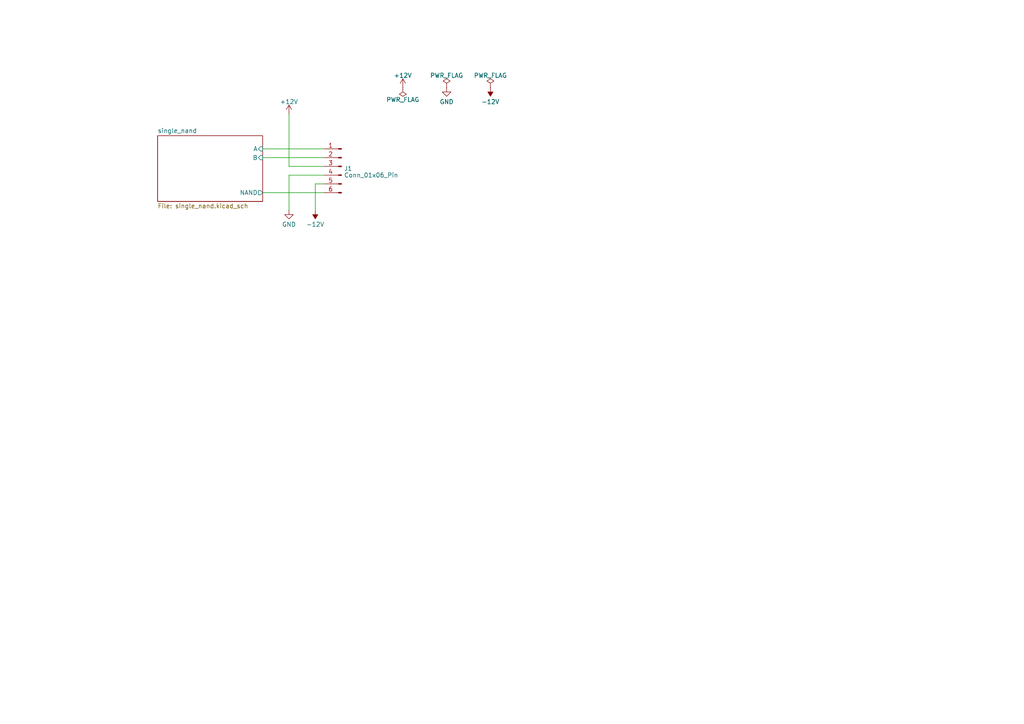
<source format=kicad_sch>
(kicad_sch (version 20230121) (generator eeschema)
  (paper "A4")
  (lib_symbols
    (symbol "Connector:Conn_01x06_Pin" (pin_names (offset 1.016) hide)
      (property "Reference" "J" (at 0 7.62 0))
      (property "Value" "Conn_01x06_Pin" (at 0 -10.16 0))
      (symbol "Conn_01x06_Pin_1_1"
        (polyline (pts (xy 1.27 -7.62) (xy 0.8636 -7.62)) (stroke (width 0.1524)))
        (polyline (pts (xy 1.27 -5.08) (xy 0.8636 -5.08)) (stroke (width 0.1524)))
        (polyline (pts (xy 1.27 -2.54) (xy 0.8636 -2.54)) (stroke (width 0.1524)))
        (polyline (pts (xy 1.27 0) (xy 0.8636 0)) (stroke (width 0.1524)))
        (polyline (pts (xy 1.27 2.54) (xy 0.8636 2.54)) (stroke (width 0.1524)))
        (polyline (pts (xy 1.27 5.08) (xy 0.8636 5.08)) (stroke (width 0.1524)))
        (rectangle (start 0.8636 -7.493) (end 0 -7.747) (stroke (width 0.1524)) (fill (type outline)))
        (rectangle (start 0.8636 -4.953) (end 0 -5.207) (stroke (width 0.1524)) (fill (type outline)))
        (rectangle (start 0.8636 -2.413) (end 0 -2.667) (stroke (width 0.1524)) (fill (type outline)))
        (rectangle (start 0.8636 0.127) (end 0 -0.127) (stroke (width 0.1524)) (fill (type outline)))
        (rectangle (start 0.8636 2.667) (end 0 2.413) (stroke (width 0.1524)) (fill (type outline)))
        (rectangle (start 0.8636 5.207) (end 0 4.953) (stroke (width 0.1524)) (fill (type outline)))
        (pin passive line (at 5.08 5.08 180) (length 3.81) (name "Pin_1") (number "1"))
        (pin passive line (at 5.08 2.54 180) (length 3.81) (name "Pin_2") (number "2"))
        (pin passive line (at 5.08 0 180) (length 3.81) (name "Pin_3") (number "3"))
        (pin passive line (at 5.08 -2.54 180) (length 3.81) (name "Pin_4") (number "4"))
        (pin passive line (at 5.08 -5.08 180) (length 3.81) (name "Pin_5") (number "5"))
        (pin passive line (at 5.08 -7.62 180) (length 3.81) (name "Pin_6") (number "6"))
      )
    )
    (symbol "power:+12V" (power) (pin_names (offset 0))
      (property "Value" "+12V" (at 0 3.556 0))
      (symbol "+12V_0_1"
        (polyline (pts (xy -0.762 1.27) (xy 0 2.54)))
        (polyline (pts (xy 0 0) (xy 0 2.54)))
        (polyline (pts (xy 0 2.54) (xy 0.762 1.27)))
      )
      (symbol "+12V_1_1"
        (pin power_in line (at 0 0 90) (length 0) hide (name "+12V") (number "1"))
      )
    )
    (symbol "power:-12V" (power) (pin_names (offset 0))
      (property "Value" "-12V" (at 0 3.81 0))
      (symbol "-12V_0_0"
        (pin power_in line (at 0 0 90) (length 0) hide (name "-12V") (number "1"))
      )
      (symbol "-12V_0_1"
        (polyline (pts (xy 0 0) (xy 0 1.27) (xy 0.762 1.27) (xy 0 2.54) (xy -0.762 1.27) (xy 0 1.27)) (fill (type outline)))
      )
    )
    (symbol "power:GND" (power) (pin_names (offset 0))
      (property "Value" "GND" (at 0 -3.81 0))
      (symbol "GND_0_1"
        (polyline (pts (xy 0 0) (xy 0 -1.27) (xy 1.27 -1.27) (xy 0 -2.54) (xy -1.27 -1.27) (xy 0 -1.27)))
      )
      (symbol "GND_1_1"
        (pin power_in line (at 0 0 270) (length 0) hide (name "GND") (number "1"))
      )
    )
    (symbol "power:PWR_FLAG" (power) (pin_numbers hide) (pin_names (offset 0) hide)
      (property "Value" "PWR_FLAG" (at 0 3.81 0))
      (symbol "PWR_FLAG_0_0"
        (pin power_out line (at 0 0 90) (length 0) (name "pwr") (number "1"))
      )
      (symbol "PWR_FLAG_0_1"
        (polyline (pts (xy 0 0) (xy 0 1.27) (xy -1.016 1.905) (xy 0 2.54) (xy 1.016 1.905) (xy 0 1.27)))
      )
    )
  )
  (wire (pts (xy 76.2 43.18) (xy 93.98 43.18)))
  (wire (pts (xy 93.98 50.8) (xy 83.82 50.8)))
  (wire (pts (xy 76.2 55.88) (xy 93.98 55.88)))
  (wire (pts (xy 93.98 53.34) (xy 91.44 53.34)))
  (wire (pts (xy 91.44 53.34) (xy 91.44 60.96)))
  (wire (pts (xy 83.82 33.02) (xy 83.82 48.26)))
  (wire (pts (xy 83.82 48.26) (xy 93.98 48.26)))
  (wire (pts (xy 83.82 50.8) (xy 83.82 60.96)))
  (wire (pts (xy 76.2 45.72) (xy 93.98 45.72)))
  (symbol (lib_id "power:+12V") (at 116.84 25.4 0) (unit 1)
    (property "Reference" "#PWR09" (effects hide))
    (property "Value" "+12V" (at 116.84 21.8981 0))
  )
  (symbol (lib_id "Connector:Conn_01x06_Pin") (at 99.06 48.26 0) (mirror y) (unit 1)
    (property "Reference" "J1" (at 99.7712 48.8863 0) (effects (justify right)))
    (property "Value" "Conn_01x06_Pin" (at 99.7712 50.8073 0) (effects (justify right)))
    (property "Footprint" "Connector_PinHeader_2.54mm:PinHeader_1x06_P2.54mm_Horizontal" (effects hide))
  )
  (symbol (lib_id "power:PWR_FLAG") (at 129.54 25.4 0) (unit 1)
    (property "Reference" "#FLG02" (effects hide))
    (property "Value" "PWR_FLAG" (at 129.54 21.8981 0))
  )
  (symbol (lib_id "power:+12V") (at 83.82 33.02 0) (unit 1)
    (property "Reference" "#PWR010" (effects hide))
    (property "Value" "+12V" (at 83.82 29.5181 0))
  )
  (symbol (lib_id "power:-12V") (at 142.24 25.4 0) (mirror x) (unit 1)
    (property "Reference" "#PWR012" (effects hide))
    (property "Value" "-12V" (at 142.24 29.5355 0))
  )
  (symbol (lib_id "power:PWR_FLAG") (at 142.24 25.4 0) (unit 1)
    (property "Reference" "#FLG03" (effects hide))
    (property "Value" "PWR_FLAG" (at 142.24 21.8981 0))
  )
  (symbol (lib_id "power:PWR_FLAG") (at 116.84 25.4 0) (mirror x) (unit 1)
    (property "Reference" "#FLG01" (effects hide))
    (property "Value" "PWR_FLAG" (at 116.84 28.9019 0))
  )
  (symbol (lib_id "power:GND") (at 83.82 60.96 0) (unit 1)
    (property "Reference" "#PWR07" (effects hide))
    (property "Value" "GND" (at 83.82 65.0955 0))
  )
  (symbol (lib_id "power:-12V") (at 91.44 60.96 0) (mirror x) (unit 1)
    (property "Reference" "#PWR08" (effects hide))
    (property "Value" "-12V" (at 91.44 65.0955 0))
  )
  (symbol (lib_id "power:GND") (at 129.54 25.4 0) (unit 1)
    (property "Reference" "#PWR011" (effects hide))
    (property "Value" "GND" (at 129.54 29.5355 0))
  )
  (sheet (at 45.72 39.37) (size 30.48 19.05) (stroke (width 0.1524))
    (property "Sheetname" "single_nand" (at 45.72 38.6584 0) (effects (justify left bottom)))
    (property "Sheetfile" "single_nand.kicad_sch" (at 45.72 59.0046 0) (effects (justify left top)))
    (pin "A" input (at 76.2 43.18 0))
    (pin "B" input (at 76.2 45.72 0))
    (pin "NAND" output (at 76.2 55.88 0))
  )
)
</source>
